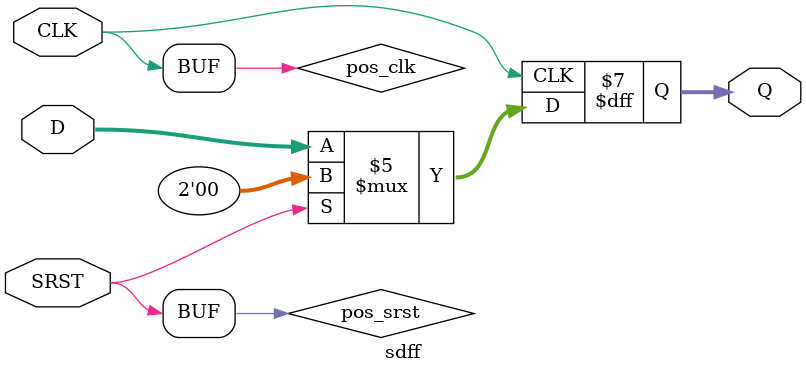
<source format=v>
module sdff(CLK, SRST, D, Q);

  parameter WIDTH = 2;
  parameter CLK_POLARITY = 1'b1;
  parameter SRST_POLARITY = 1'b1;
  parameter SRST_VALUE = 0;

  input CLK, SRST;
  input [WIDTH-1:0] D;
  output reg [WIDTH-1:0] Q;
  wire pos_clk = CLK == CLK_POLARITY;
  wire pos_srst = SRST == SRST_POLARITY;

  always @(posedge pos_clk) begin
    if (pos_srst)
      Q <= SRST_VALUE;
    else
      Q <= D;
  end

endmodule

</source>
